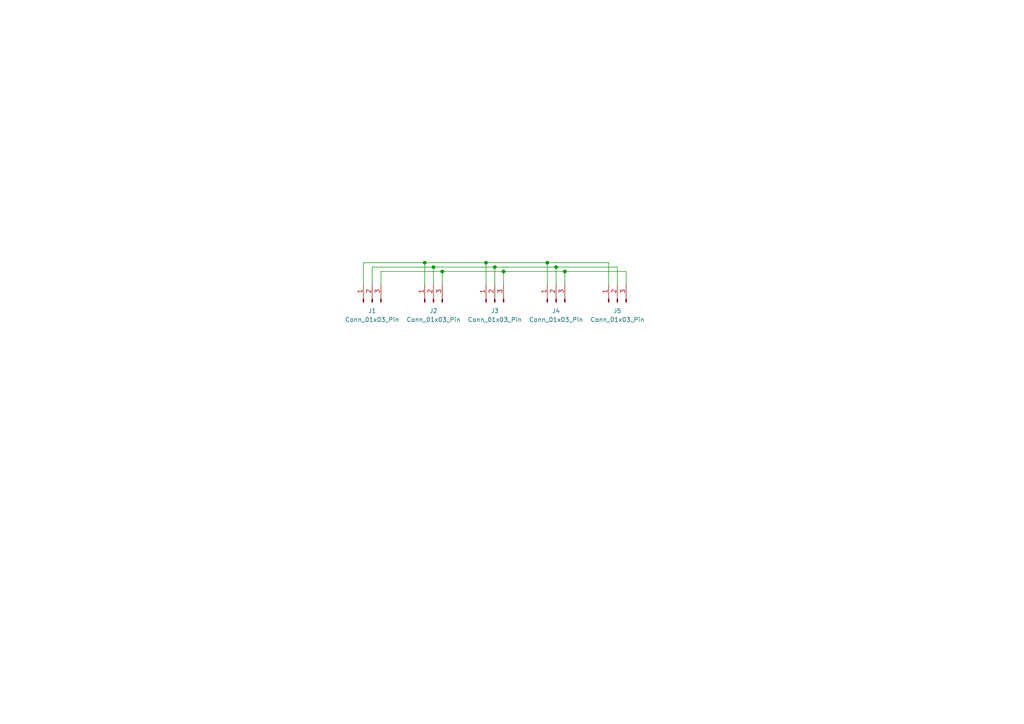
<source format=kicad_sch>
(kicad_sch
	(version 20231120)
	(generator "eeschema")
	(generator_version "8.0")
	(uuid "2119c1e4-f1db-4e26-a549-ffc9ffbc2e52")
	(paper "A4")
	(lib_symbols
		(symbol "Connector:Conn_01x03_Pin"
			(pin_names
				(offset 1.016) hide)
			(exclude_from_sim no)
			(in_bom yes)
			(on_board yes)
			(property "Reference" "J"
				(at 0 5.08 0)
				(effects
					(font
						(size 1.27 1.27)
					)
				)
			)
			(property "Value" "Conn_01x03_Pin"
				(at 0 -5.08 0)
				(effects
					(font
						(size 1.27 1.27)
					)
				)
			)
			(property "Footprint" ""
				(at 0 0 0)
				(effects
					(font
						(size 1.27 1.27)
					)
					(hide yes)
				)
			)
			(property "Datasheet" "~"
				(at 0 0 0)
				(effects
					(font
						(size 1.27 1.27)
					)
					(hide yes)
				)
			)
			(property "Description" "Generic connector, single row, 01x03, script generated"
				(at 0 0 0)
				(effects
					(font
						(size 1.27 1.27)
					)
					(hide yes)
				)
			)
			(property "ki_locked" ""
				(at 0 0 0)
				(effects
					(font
						(size 1.27 1.27)
					)
				)
			)
			(property "ki_keywords" "connector"
				(at 0 0 0)
				(effects
					(font
						(size 1.27 1.27)
					)
					(hide yes)
				)
			)
			(property "ki_fp_filters" "Connector*:*_1x??_*"
				(at 0 0 0)
				(effects
					(font
						(size 1.27 1.27)
					)
					(hide yes)
				)
			)
			(symbol "Conn_01x03_Pin_1_1"
				(polyline
					(pts
						(xy 1.27 -2.54) (xy 0.8636 -2.54)
					)
					(stroke
						(width 0.1524)
						(type default)
					)
					(fill
						(type none)
					)
				)
				(polyline
					(pts
						(xy 1.27 0) (xy 0.8636 0)
					)
					(stroke
						(width 0.1524)
						(type default)
					)
					(fill
						(type none)
					)
				)
				(polyline
					(pts
						(xy 1.27 2.54) (xy 0.8636 2.54)
					)
					(stroke
						(width 0.1524)
						(type default)
					)
					(fill
						(type none)
					)
				)
				(rectangle
					(start 0.8636 -2.413)
					(end 0 -2.667)
					(stroke
						(width 0.1524)
						(type default)
					)
					(fill
						(type outline)
					)
				)
				(rectangle
					(start 0.8636 0.127)
					(end 0 -0.127)
					(stroke
						(width 0.1524)
						(type default)
					)
					(fill
						(type outline)
					)
				)
				(rectangle
					(start 0.8636 2.667)
					(end 0 2.413)
					(stroke
						(width 0.1524)
						(type default)
					)
					(fill
						(type outline)
					)
				)
				(pin passive line
					(at 5.08 2.54 180)
					(length 3.81)
					(name "Pin_1"
						(effects
							(font
								(size 1.27 1.27)
							)
						)
					)
					(number "1"
						(effects
							(font
								(size 1.27 1.27)
							)
						)
					)
				)
				(pin passive line
					(at 5.08 0 180)
					(length 3.81)
					(name "Pin_2"
						(effects
							(font
								(size 1.27 1.27)
							)
						)
					)
					(number "2"
						(effects
							(font
								(size 1.27 1.27)
							)
						)
					)
				)
				(pin passive line
					(at 5.08 -2.54 180)
					(length 3.81)
					(name "Pin_3"
						(effects
							(font
								(size 1.27 1.27)
							)
						)
					)
					(number "3"
						(effects
							(font
								(size 1.27 1.27)
							)
						)
					)
				)
			)
		)
	)
	(junction
		(at 125.73 77.47)
		(diameter 0)
		(color 0 0 0 0)
		(uuid "13443092-ed0a-48a2-bb15-7f3804e8cbdd")
	)
	(junction
		(at 158.75 76.2)
		(diameter 0)
		(color 0 0 0 0)
		(uuid "16c58b69-d403-473f-9e9c-19c6d365e7d4")
	)
	(junction
		(at 163.83 78.74)
		(diameter 0)
		(color 0 0 0 0)
		(uuid "17850bf5-1e94-40ef-a37f-b3ecccc158a8")
	)
	(junction
		(at 161.29 77.47)
		(diameter 0)
		(color 0 0 0 0)
		(uuid "21dc6948-3a21-43da-bc14-8b62d3237587")
	)
	(junction
		(at 143.51 77.47)
		(diameter 0)
		(color 0 0 0 0)
		(uuid "4cf61f57-644f-4802-9417-0a02d5d8ad50")
	)
	(junction
		(at 146.05 78.74)
		(diameter 0)
		(color 0 0 0 0)
		(uuid "96a0b9f8-ab1b-4a21-aa5c-35c3ebf73b71")
	)
	(junction
		(at 128.27 78.74)
		(diameter 0)
		(color 0 0 0 0)
		(uuid "b5ecf248-2963-4842-89aa-48d7ccb58410")
	)
	(junction
		(at 123.19 76.2)
		(diameter 0)
		(color 0 0 0 0)
		(uuid "ca1434e6-5819-4bf1-b606-b0cea75534a2")
	)
	(junction
		(at 140.97 76.2)
		(diameter 0)
		(color 0 0 0 0)
		(uuid "d7a97b0b-5cb3-435f-8ee9-97a3a0b94f94")
	)
	(wire
		(pts
			(xy 146.05 78.74) (xy 146.05 82.55)
		)
		(stroke
			(width 0)
			(type default)
		)
		(uuid "00da256c-12e8-4c38-b33f-a5c1db3c668e")
	)
	(wire
		(pts
			(xy 110.49 82.55) (xy 110.49 78.74)
		)
		(stroke
			(width 0)
			(type default)
		)
		(uuid "051ec31e-3cca-48d4-a1e3-0aae6e7b1b14")
	)
	(wire
		(pts
			(xy 105.41 76.2) (xy 123.19 76.2)
		)
		(stroke
			(width 0)
			(type default)
		)
		(uuid "170b5d11-0521-440e-ac2b-318a1b26dab2")
	)
	(wire
		(pts
			(xy 128.27 78.74) (xy 146.05 78.74)
		)
		(stroke
			(width 0)
			(type default)
		)
		(uuid "18545644-b92e-4e50-8ba3-d23a251a8185")
	)
	(wire
		(pts
			(xy 123.19 76.2) (xy 140.97 76.2)
		)
		(stroke
			(width 0)
			(type default)
		)
		(uuid "338ca0dc-5493-46e4-8bc8-2a8884eb4c44")
	)
	(wire
		(pts
			(xy 146.05 78.74) (xy 163.83 78.74)
		)
		(stroke
			(width 0)
			(type default)
		)
		(uuid "3de734fc-131c-412a-a28a-edb8fead8eb5")
	)
	(wire
		(pts
			(xy 125.73 77.47) (xy 125.73 82.55)
		)
		(stroke
			(width 0)
			(type default)
		)
		(uuid "450f2a00-cdf1-4573-8ce6-f0a97e6e8245")
	)
	(wire
		(pts
			(xy 143.51 77.47) (xy 143.51 82.55)
		)
		(stroke
			(width 0)
			(type default)
		)
		(uuid "4b25f558-7164-4f40-919c-b87855ccecc7")
	)
	(wire
		(pts
			(xy 163.83 78.74) (xy 163.83 82.55)
		)
		(stroke
			(width 0)
			(type default)
		)
		(uuid "53fafc9c-5f18-4e7e-8546-5230748915df")
	)
	(wire
		(pts
			(xy 158.75 76.2) (xy 176.53 76.2)
		)
		(stroke
			(width 0)
			(type default)
		)
		(uuid "62c7249b-33ea-4130-9ba2-8b7769edbfe7")
	)
	(wire
		(pts
			(xy 181.61 78.74) (xy 181.61 82.55)
		)
		(stroke
			(width 0)
			(type default)
		)
		(uuid "6abcb3d7-d963-421e-b1d0-a969cc39be3f")
	)
	(wire
		(pts
			(xy 128.27 78.74) (xy 128.27 82.55)
		)
		(stroke
			(width 0)
			(type default)
		)
		(uuid "6f9068c8-a72b-4c79-b815-76b5dffe4e0a")
	)
	(wire
		(pts
			(xy 143.51 77.47) (xy 161.29 77.47)
		)
		(stroke
			(width 0)
			(type default)
		)
		(uuid "6fffd76f-4780-4773-8955-f273cc76b083")
	)
	(wire
		(pts
			(xy 140.97 76.2) (xy 158.75 76.2)
		)
		(stroke
			(width 0)
			(type default)
		)
		(uuid "72ecdbbc-cdb4-4d98-9d5c-50919895129c")
	)
	(wire
		(pts
			(xy 125.73 77.47) (xy 143.51 77.47)
		)
		(stroke
			(width 0)
			(type default)
		)
		(uuid "79d9d3e3-97e2-4a1e-9c92-fc913fea985b")
	)
	(wire
		(pts
			(xy 158.75 76.2) (xy 158.75 82.55)
		)
		(stroke
			(width 0)
			(type default)
		)
		(uuid "836c87b4-029e-4b51-a056-d6ccf7d1577a")
	)
	(wire
		(pts
			(xy 123.19 76.2) (xy 123.19 82.55)
		)
		(stroke
			(width 0)
			(type default)
		)
		(uuid "8853ec3e-e562-4ac9-8320-1a6ab62c396e")
	)
	(wire
		(pts
			(xy 161.29 77.47) (xy 161.29 82.55)
		)
		(stroke
			(width 0)
			(type default)
		)
		(uuid "8eddd87e-8495-4a2e-971d-b02263a719f1")
	)
	(wire
		(pts
			(xy 110.49 78.74) (xy 128.27 78.74)
		)
		(stroke
			(width 0)
			(type default)
		)
		(uuid "925b336f-b01f-4f87-a6a5-3f65b9dbad68")
	)
	(wire
		(pts
			(xy 105.41 82.55) (xy 105.41 76.2)
		)
		(stroke
			(width 0)
			(type default)
		)
		(uuid "9749997e-c9be-427e-ace3-5fa502677a8d")
	)
	(wire
		(pts
			(xy 107.95 77.47) (xy 125.73 77.47)
		)
		(stroke
			(width 0)
			(type default)
		)
		(uuid "9e8157b8-b3f9-47ad-8637-e5ee151c4529")
	)
	(wire
		(pts
			(xy 161.29 77.47) (xy 179.07 77.47)
		)
		(stroke
			(width 0)
			(type default)
		)
		(uuid "af01fffc-a709-44e7-8532-fd01a03d1620")
	)
	(wire
		(pts
			(xy 140.97 76.2) (xy 140.97 82.55)
		)
		(stroke
			(width 0)
			(type default)
		)
		(uuid "af2b1fe6-bdd8-4892-bc02-1180d39ff6e6")
	)
	(wire
		(pts
			(xy 107.95 82.55) (xy 107.95 77.47)
		)
		(stroke
			(width 0)
			(type default)
		)
		(uuid "af2d2593-0e1b-4363-8c6f-0b025fbe6cf4")
	)
	(wire
		(pts
			(xy 179.07 77.47) (xy 179.07 82.55)
		)
		(stroke
			(width 0)
			(type default)
		)
		(uuid "b3f765f1-7bc6-4627-8a8f-e18555e6451a")
	)
	(wire
		(pts
			(xy 176.53 76.2) (xy 176.53 82.55)
		)
		(stroke
			(width 0)
			(type default)
		)
		(uuid "c9247937-1228-431e-89d1-88dcf85e9c17")
	)
	(wire
		(pts
			(xy 163.83 78.74) (xy 181.61 78.74)
		)
		(stroke
			(width 0)
			(type default)
		)
		(uuid "e822cffd-6cab-45f3-9621-f12a829295d8")
	)
	(symbol
		(lib_id "Connector:Conn_01x03_Pin")
		(at 143.51 87.63 90)
		(unit 1)
		(exclude_from_sim no)
		(in_bom yes)
		(on_board yes)
		(dnp no)
		(fields_autoplaced yes)
		(uuid "2e87848d-47c2-4937-b170-47dc52f2dcf7")
		(property "Reference" "J3"
			(at 143.51 90.17 90)
			(effects
				(font
					(size 1.27 1.27)
				)
			)
		)
		(property "Value" "Conn_01x03_Pin"
			(at 143.51 92.71 90)
			(effects
				(font
					(size 1.27 1.27)
				)
			)
		)
		(property "Footprint" "Connector_PinHeader_2.54mm:PinHeader_1x03_P2.54mm_Vertical"
			(at 143.51 87.63 0)
			(effects
				(font
					(size 1.27 1.27)
				)
				(hide yes)
			)
		)
		(property "Datasheet" "~"
			(at 143.51 87.63 0)
			(effects
				(font
					(size 1.27 1.27)
				)
				(hide yes)
			)
		)
		(property "Description" "Generic connector, single row, 01x03, script generated"
			(at 143.51 87.63 0)
			(effects
				(font
					(size 1.27 1.27)
				)
				(hide yes)
			)
		)
		(pin "3"
			(uuid "9ac4780a-dec2-4367-a298-43a733d2ab15")
		)
		(pin "1"
			(uuid "1479aef3-9ef0-4f8d-ad2b-77ba88baa2f8")
		)
		(pin "2"
			(uuid "4d8010e0-402c-4fbe-867b-cd181e152736")
		)
		(instances
			(project "StackLink"
				(path "/2119c1e4-f1db-4e26-a549-ffc9ffbc2e52"
					(reference "J3")
					(unit 1)
				)
			)
		)
	)
	(symbol
		(lib_id "Connector:Conn_01x03_Pin")
		(at 125.73 87.63 90)
		(unit 1)
		(exclude_from_sim no)
		(in_bom yes)
		(on_board yes)
		(dnp no)
		(fields_autoplaced yes)
		(uuid "514101e4-df01-42fa-92e9-254066206337")
		(property "Reference" "J2"
			(at 125.73 90.17 90)
			(effects
				(font
					(size 1.27 1.27)
				)
			)
		)
		(property "Value" "Conn_01x03_Pin"
			(at 125.73 92.71 90)
			(effects
				(font
					(size 1.27 1.27)
				)
			)
		)
		(property "Footprint" "Connector_PinHeader_2.54mm:PinHeader_1x03_P2.54mm_Vertical"
			(at 125.73 87.63 0)
			(effects
				(font
					(size 1.27 1.27)
				)
				(hide yes)
			)
		)
		(property "Datasheet" "~"
			(at 125.73 87.63 0)
			(effects
				(font
					(size 1.27 1.27)
				)
				(hide yes)
			)
		)
		(property "Description" "Generic connector, single row, 01x03, script generated"
			(at 125.73 87.63 0)
			(effects
				(font
					(size 1.27 1.27)
				)
				(hide yes)
			)
		)
		(pin "3"
			(uuid "44482636-3172-41f7-b851-29482ffda68e")
		)
		(pin "1"
			(uuid "fee3994a-f535-4893-b255-a4bc0cb39839")
		)
		(pin "2"
			(uuid "86b9debc-a9d7-4ad9-90e1-f035805b4da9")
		)
		(instances
			(project "StackLink"
				(path "/2119c1e4-f1db-4e26-a549-ffc9ffbc2e52"
					(reference "J2")
					(unit 1)
				)
			)
		)
	)
	(symbol
		(lib_id "Connector:Conn_01x03_Pin")
		(at 107.95 87.63 90)
		(unit 1)
		(exclude_from_sim no)
		(in_bom yes)
		(on_board yes)
		(dnp no)
		(fields_autoplaced yes)
		(uuid "78b27303-ccba-48f3-87ad-5dc83d87bf54")
		(property "Reference" "J1"
			(at 107.95 90.17 90)
			(effects
				(font
					(size 1.27 1.27)
				)
			)
		)
		(property "Value" "Conn_01x03_Pin"
			(at 107.95 92.71 90)
			(effects
				(font
					(size 1.27 1.27)
				)
			)
		)
		(property "Footprint" "Connector_PinHeader_2.54mm:PinHeader_1x03_P2.54mm_Vertical"
			(at 107.95 87.63 0)
			(effects
				(font
					(size 1.27 1.27)
				)
				(hide yes)
			)
		)
		(property "Datasheet" "~"
			(at 107.95 87.63 0)
			(effects
				(font
					(size 1.27 1.27)
				)
				(hide yes)
			)
		)
		(property "Description" "Generic connector, single row, 01x03, script generated"
			(at 107.95 87.63 0)
			(effects
				(font
					(size 1.27 1.27)
				)
				(hide yes)
			)
		)
		(pin "3"
			(uuid "f71ffa9b-40e1-415e-8404-0261c5b83de9")
		)
		(pin "1"
			(uuid "1866c7c0-4596-4e89-af5b-51a81d5fbc7c")
		)
		(pin "2"
			(uuid "a53c0a1f-81c0-4763-a577-49deee3faa0f")
		)
		(instances
			(project ""
				(path "/2119c1e4-f1db-4e26-a549-ffc9ffbc2e52"
					(reference "J1")
					(unit 1)
				)
			)
		)
	)
	(symbol
		(lib_id "Connector:Conn_01x03_Pin")
		(at 161.29 87.63 90)
		(unit 1)
		(exclude_from_sim no)
		(in_bom yes)
		(on_board yes)
		(dnp no)
		(fields_autoplaced yes)
		(uuid "e1672437-aaa8-4ca9-9dd3-2c4ade12e8d3")
		(property "Reference" "J4"
			(at 161.29 90.17 90)
			(effects
				(font
					(size 1.27 1.27)
				)
			)
		)
		(property "Value" "Conn_01x03_Pin"
			(at 161.29 92.71 90)
			(effects
				(font
					(size 1.27 1.27)
				)
			)
		)
		(property "Footprint" "Connector_PinHeader_2.54mm:PinHeader_1x03_P2.54mm_Vertical"
			(at 161.29 87.63 0)
			(effects
				(font
					(size 1.27 1.27)
				)
				(hide yes)
			)
		)
		(property "Datasheet" "~"
			(at 161.29 87.63 0)
			(effects
				(font
					(size 1.27 1.27)
				)
				(hide yes)
			)
		)
		(property "Description" "Generic connector, single row, 01x03, script generated"
			(at 161.29 87.63 0)
			(effects
				(font
					(size 1.27 1.27)
				)
				(hide yes)
			)
		)
		(pin "3"
			(uuid "ac100920-0b96-4caf-aa34-279e78d7220e")
		)
		(pin "1"
			(uuid "41057866-db05-43be-9b35-fdf9852c7a95")
		)
		(pin "2"
			(uuid "057d2400-43fa-4d9e-93e7-14adc0ad063f")
		)
		(instances
			(project "StackLink"
				(path "/2119c1e4-f1db-4e26-a549-ffc9ffbc2e52"
					(reference "J4")
					(unit 1)
				)
			)
		)
	)
	(symbol
		(lib_id "Connector:Conn_01x03_Pin")
		(at 179.07 87.63 90)
		(unit 1)
		(exclude_from_sim no)
		(in_bom yes)
		(on_board yes)
		(dnp no)
		(fields_autoplaced yes)
		(uuid "eaaf6d60-19e2-4f52-b427-c1e27e0cfdf3")
		(property "Reference" "J5"
			(at 179.07 90.17 90)
			(effects
				(font
					(size 1.27 1.27)
				)
			)
		)
		(property "Value" "Conn_01x03_Pin"
			(at 179.07 92.71 90)
			(effects
				(font
					(size 1.27 1.27)
				)
			)
		)
		(property "Footprint" "Connector_PinHeader_2.54mm:PinHeader_1x03_P2.54mm_Vertical"
			(at 179.07 87.63 0)
			(effects
				(font
					(size 1.27 1.27)
				)
				(hide yes)
			)
		)
		(property "Datasheet" "~"
			(at 179.07 87.63 0)
			(effects
				(font
					(size 1.27 1.27)
				)
				(hide yes)
			)
		)
		(property "Description" "Generic connector, single row, 01x03, script generated"
			(at 179.07 87.63 0)
			(effects
				(font
					(size 1.27 1.27)
				)
				(hide yes)
			)
		)
		(pin "3"
			(uuid "2354312d-82af-4743-a9e6-e6b0abd83840")
		)
		(pin "1"
			(uuid "a82b1687-aafb-4aa2-b1f3-002edb0c2957")
		)
		(pin "2"
			(uuid "ef274834-9052-4ead-ba91-0b2bafc59107")
		)
		(instances
			(project "StackLink"
				(path "/2119c1e4-f1db-4e26-a549-ffc9ffbc2e52"
					(reference "J5")
					(unit 1)
				)
			)
		)
	)
	(sheet_instances
		(path "/"
			(page "1")
		)
	)
)

</source>
